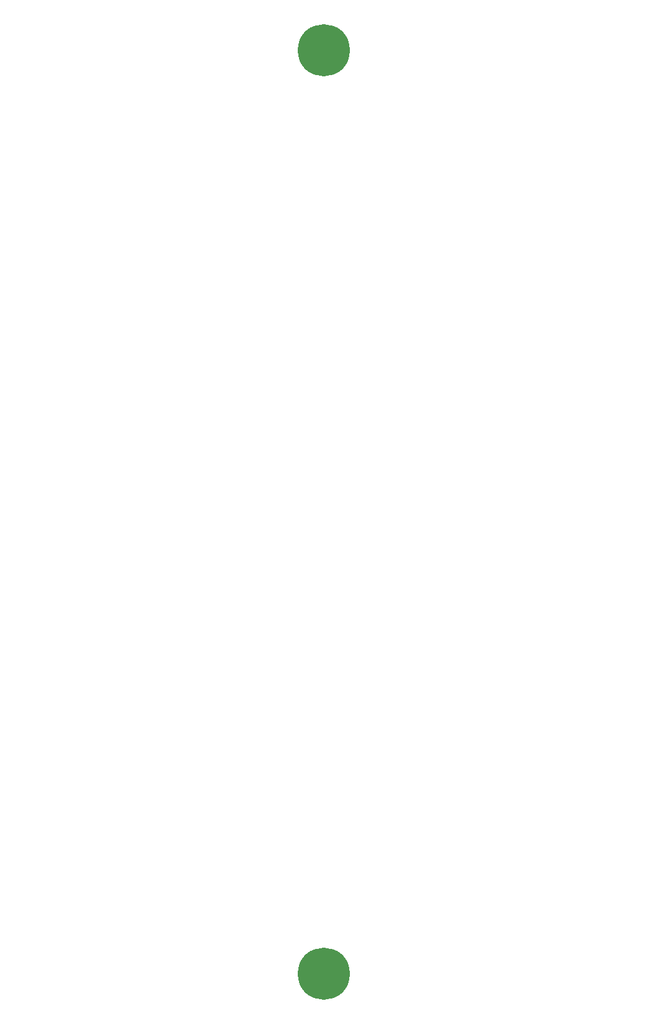
<source format=gbs>
G04*
G04 #@! TF.GenerationSoftware,Altium Limited,Altium Designer,22.0.2 (36)*
G04*
G04 Layer_Color=16711935*
%FSLAX25Y25*%
%MOIN*%
G70*
G04*
G04 #@! TF.SameCoordinates,0AB75E79-5423-4657-AEB5-33C9AD2D53C2*
G04*
G04*
G04 #@! TF.FilePolarity,Negative*
G04*
G01*
G75*
%ADD73C,0.00400*%
%ADD74C,0.27959*%
D73*
X40157Y122047D02*
D03*
X370866Y618110D02*
D03*
X40157Y618110D02*
D03*
X205512Y287402D02*
D03*
X288189D02*
D03*
Y122047D02*
D03*
D74*
X205512Y618110D02*
D03*
Y122047D02*
D03*
M02*

</source>
